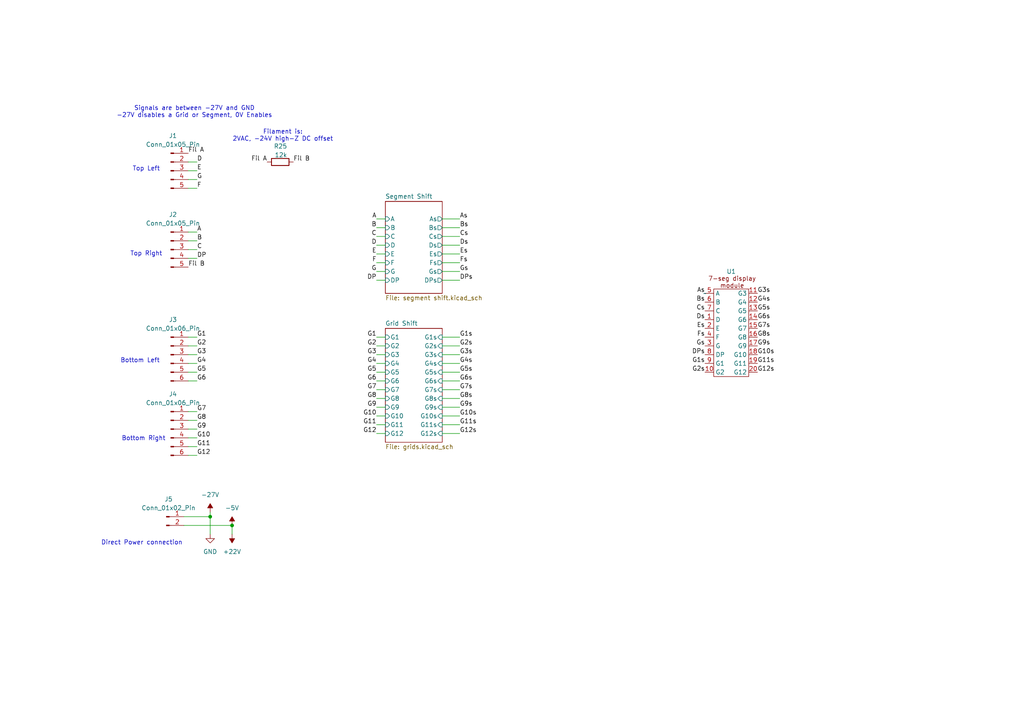
<source format=kicad_sch>
(kicad_sch (version 20230819) (generator eeschema)
  (paper "A4")
  (lib_symbols
    (symbol "Connector:Conn_01x02_Pin" (pin_names (offset 1.016) hide)
      (property "Reference" "J" (at 0 2.54 0))
      (property "Value" "Conn_01x02_Pin" (at 0 -5.08 0))
      (symbol "Conn_01x02_Pin_1_1"
        (polyline (pts (xy 1.27 -2.54) (xy 0.8636 -2.54)) (stroke (width 0.1524)))
        (polyline (pts (xy 1.27 0) (xy 0.8636 0)) (stroke (width 0.1524)))
        (rectangle (start 0.8636 -2.413) (end 0 -2.667) (stroke (width 0.1524)) (fill (type outline)))
        (rectangle (start 0.8636 0.127) (end 0 -0.127) (stroke (width 0.1524)) (fill (type outline)))
        (pin passive line (at 5.08 0 180) (length 3.81) (name "Pin_1") (number "1"))
        (pin passive line (at 5.08 -2.54 180) (length 3.81) (name "Pin_2") (number "2"))
      )
    )
    (symbol "Connector:Conn_01x05_Pin" (pin_names (offset 1.016) hide)
      (property "Reference" "J" (at 0 7.62 0))
      (property "Value" "Conn_01x05_Pin" (at 0 -7.62 0))
      (symbol "Conn_01x05_Pin_1_1"
        (polyline (pts (xy 1.27 -5.08) (xy 0.8636 -5.08)) (stroke (width 0.1524)))
        (polyline (pts (xy 1.27 -2.54) (xy 0.8636 -2.54)) (stroke (width 0.1524)))
        (polyline (pts (xy 1.27 0) (xy 0.8636 0)) (stroke (width 0.1524)))
        (polyline (pts (xy 1.27 2.54) (xy 0.8636 2.54)) (stroke (width 0.1524)))
        (polyline (pts (xy 1.27 5.08) (xy 0.8636 5.08)) (stroke (width 0.1524)))
        (rectangle (start 0.8636 -4.953) (end 0 -5.207) (stroke (width 0.1524)) (fill (type outline)))
        (rectangle (start 0.8636 -2.413) (end 0 -2.667) (stroke (width 0.1524)) (fill (type outline)))
        (rectangle (start 0.8636 0.127) (end 0 -0.127) (stroke (width 0.1524)) (fill (type outline)))
        (rectangle (start 0.8636 2.667) (end 0 2.413) (stroke (width 0.1524)) (fill (type outline)))
        (rectangle (start 0.8636 5.207) (end 0 4.953) (stroke (width 0.1524)) (fill (type outline)))
        (pin passive line (at 5.08 5.08 180) (length 3.81) (name "Pin_1") (number "1"))
        (pin passive line (at 5.08 2.54 180) (length 3.81) (name "Pin_2") (number "2"))
        (pin passive line (at 5.08 0 180) (length 3.81) (name "Pin_3") (number "3"))
        (pin passive line (at 5.08 -2.54 180) (length 3.81) (name "Pin_4") (number "4"))
        (pin passive line (at 5.08 -5.08 180) (length 3.81) (name "Pin_5") (number "5"))
      )
    )
    (symbol "Connector:Conn_01x06_Pin" (pin_names (offset 1.016) hide)
      (property "Reference" "J" (at 0 7.62 0))
      (property "Value" "Conn_01x06_Pin" (at 0 -10.16 0))
      (symbol "Conn_01x06_Pin_1_1"
        (polyline (pts (xy 1.27 -7.62) (xy 0.8636 -7.62)) (stroke (width 0.1524)))
        (polyline (pts (xy 1.27 -5.08) (xy 0.8636 -5.08)) (stroke (width 0.1524)))
        (polyline (pts (xy 1.27 -2.54) (xy 0.8636 -2.54)) (stroke (width 0.1524)))
        (polyline (pts (xy 1.27 0) (xy 0.8636 0)) (stroke (width 0.1524)))
        (polyline (pts (xy 1.27 2.54) (xy 0.8636 2.54)) (stroke (width 0.1524)))
        (polyline (pts (xy 1.27 5.08) (xy 0.8636 5.08)) (stroke (width 0.1524)))
        (rectangle (start 0.8636 -7.493) (end 0 -7.747) (stroke (width 0.1524)) (fill (type outline)))
        (rectangle (start 0.8636 -4.953) (end 0 -5.207) (stroke (width 0.1524)) (fill (type outline)))
        (rectangle (start 0.8636 -2.413) (end 0 -2.667) (stroke (width 0.1524)) (fill (type outline)))
        (rectangle (start 0.8636 0.127) (end 0 -0.127) (stroke (width 0.1524)) (fill (type outline)))
        (rectangle (start 0.8636 2.667) (end 0 2.413) (stroke (width 0.1524)) (fill (type outline)))
        (rectangle (start 0.8636 5.207) (end 0 4.953) (stroke (width 0.1524)) (fill (type outline)))
        (pin passive line (at 5.08 5.08 180) (length 3.81) (name "Pin_1") (number "1"))
        (pin passive line (at 5.08 2.54 180) (length 3.81) (name "Pin_2") (number "2"))
        (pin passive line (at 5.08 0 180) (length 3.81) (name "Pin_3") (number "3"))
        (pin passive line (at 5.08 -2.54 180) (length 3.81) (name "Pin_4") (number "4"))
        (pin passive line (at 5.08 -5.08 180) (length 3.81) (name "Pin_5") (number "5"))
        (pin passive line (at 5.08 -7.62 180) (length 3.81) (name "Pin_6") (number "6"))
      )
    )
    (symbol "Device:R" (pin_numbers hide) (pin_names (offset 0))
      (property "Reference" "R" (at 2.032 0 90))
      (property "Value" "R" (at 0 0 90))
      (symbol "R_0_1"
        (rectangle (start -1.016 -2.54) (end 1.016 2.54) (stroke (width 0.254)))
      )
      (symbol "R_1_1"
        (pin passive line (at 0 3.81 270) (length 1.27) (name "~") (number "1"))
        (pin passive line (at 0 -3.81 90) (length 1.27) (name "~") (number "2"))
      )
    )
    (symbol "power:-15V" (power) (pin_names (offset 0))
      (property "Value" "-15V" (at 0 3.81 0))
      (symbol "-15V_0_0"
        (pin power_in line (at 0 0 90) (length 0) hide (name "-15V") (number "1"))
      )
      (symbol "-15V_0_1"
        (polyline (pts (xy 0 0) (xy 0 1.27) (xy 0.762 1.27) (xy 0 2.54) (xy -0.762 1.27) (xy 0 1.27)) (fill (type outline)))
      )
    )
    (symbol "power:-5V" (power) (pin_names (offset 0))
      (property "Value" "-5V" (at 0 3.81 0))
      (symbol "-5V_0_0"
        (pin power_in line (at 0 0 90) (length 0) hide (name "-5V") (number "1"))
      )
      (symbol "-5V_0_1"
        (polyline (pts (xy 0 0) (xy 0 1.27) (xy 0.762 1.27) (xy 0 2.54) (xy -0.762 1.27) (xy 0 1.27)) (fill (type outline)))
      )
    )
    (symbol "power:GND" (power) (pin_names (offset 0))
      (property "Value" "GND" (at 0 -3.81 0))
      (symbol "GND_0_1"
        (polyline (pts (xy 0 0) (xy 0 -1.27) (xy 1.27 -1.27) (xy 0 -2.54) (xy -1.27 -1.27) (xy 0 -1.27)))
      )
      (symbol "GND_1_1"
        (pin power_in line (at 0 0 270) (length 0) hide (name "GND") (number "1"))
      )
    )
    (symbol "project parts:display"
      (property "Reference" "U" (at 3.302 6.35 0))
      (symbol "display_0_1"
        (rectangle (start 2.54 1.27) (end 12.7 -24.13))
      )
      (symbol "display_1_1"
        (text "7-seg display\nmodule" (at 7.874 3.302 0) (effects (font (size 1.27 1.27))))
        (pin input line (at 0 -7.62 0) (length 2.54) (name "D") (number "1"))
        (pin input line (at 0 -22.86 0) (length 2.54) (name "G2") (number "10"))
        (pin input line (at 15.24 0 180) (length 2.54) (name "G3") (number "11"))
        (pin input line (at 15.24 -2.54 180) (length 2.54) (name "G4") (number "12"))
        (pin input line (at 15.24 -5.08 180) (length 2.54) (name "G5") (number "13"))
        (pin input line (at 15.24 -7.62 180) (length 2.54) (name "G6") (number "14"))
        (pin input line (at 15.24 -10.16 180) (length 2.54) (name "G7") (number "15"))
        (pin input line (at 15.24 -12.7 180) (length 2.54) (name "G8") (number "16"))
        (pin input line (at 15.24 -15.24 180) (length 2.54) (name "G9") (number "17"))
        (pin input line (at 15.24 -17.78 180) (length 2.54) (name "G10") (number "18"))
        (pin input line (at 15.24 -20.32 180) (length 2.54) (name "G11") (number "19"))
        (pin input line (at 0 -10.16 0) (length 2.54) (name "E") (number "2"))
        (pin input line (at 15.24 -22.86 180) (length 2.54) (name "G12") (number "20"))
        (pin input line (at 0 -15.24 0) (length 2.54) (name "G") (number "3"))
        (pin input line (at 0 -12.7 0) (length 2.54) (name "F") (number "4"))
        (pin input line (at 0 0 0) (length 2.54) (name "A") (number "5"))
        (pin input line (at 0 -2.54 0) (length 2.54) (name "B") (number "6"))
        (pin input line (at 0 -5.08 0) (length 2.54) (name "C") (number "7"))
        (pin input line (at 0 -17.78 0) (length 2.54) (name "DP") (number "8"))
        (pin input line (at 0 -20.32 0) (length 2.54) (name "G1") (number "9"))
      )
    )
  )
  (junction (at 60.96 149.86))
  (junction (at 67.31 152.4))
  (wire (pts (xy 57.15 97.79) (xy 54.61 97.79)))
  (wire (pts (xy 57.15 132.08) (xy 54.61 132.08)))
  (wire (pts (xy 128.27 78.74) (xy 133.35 78.74)))
  (wire (pts (xy 57.15 69.85) (xy 54.61 69.85)))
  (wire (pts (xy 109.22 107.95) (xy 111.76 107.95)))
  (wire (pts (xy 109.22 76.2) (xy 111.76 76.2)))
  (wire (pts (xy 128.27 118.11) (xy 133.35 118.11)))
  (wire (pts (xy 109.22 68.58) (xy 111.76 68.58)))
  (wire (pts (xy 109.22 102.87) (xy 111.76 102.87)))
  (wire (pts (xy 128.27 125.73) (xy 133.35 125.73)))
  (wire (pts (xy 53.34 152.4) (xy 67.31 152.4)))
  (wire (pts (xy 128.27 102.87) (xy 133.35 102.87)))
  (wire (pts (xy 109.22 81.28) (xy 111.76 81.28)))
  (wire (pts (xy 57.15 119.38) (xy 54.61 119.38)))
  (wire (pts (xy 57.15 121.92) (xy 54.61 121.92)))
  (wire (pts (xy 109.22 123.19) (xy 111.76 123.19)))
  (wire (pts (xy 57.15 100.33) (xy 54.61 100.33)))
  (wire (pts (xy 57.15 107.95) (xy 54.61 107.95)))
  (wire (pts (xy 57.15 102.87) (xy 54.61 102.87)))
  (wire (pts (xy 109.22 71.12) (xy 111.76 71.12)))
  (wire (pts (xy 57.15 74.93) (xy 54.61 74.93)))
  (wire (pts (xy 57.15 54.61) (xy 54.61 54.61)))
  (wire (pts (xy 109.22 115.57) (xy 111.76 115.57)))
  (wire (pts (xy 109.22 97.79) (xy 111.76 97.79)))
  (wire (pts (xy 128.27 73.66) (xy 133.35 73.66)))
  (wire (pts (xy 57.15 127) (xy 54.61 127)))
  (wire (pts (xy 128.27 97.79) (xy 133.35 97.79)))
  (wire (pts (xy 57.15 129.54) (xy 54.61 129.54)))
  (wire (pts (xy 128.27 120.65) (xy 133.35 120.65)))
  (wire (pts (xy 128.27 76.2) (xy 133.35 76.2)))
  (wire (pts (xy 128.27 123.19) (xy 133.35 123.19)))
  (wire (pts (xy 128.27 113.03) (xy 133.35 113.03)))
  (wire (pts (xy 128.27 63.5) (xy 133.35 63.5)))
  (wire (pts (xy 67.31 154.94) (xy 67.31 152.4)))
  (wire (pts (xy 128.27 115.57) (xy 133.35 115.57)))
  (wire (pts (xy 60.96 148.59) (xy 60.96 149.86)))
  (wire (pts (xy 109.22 73.66) (xy 111.76 73.66)))
  (wire (pts (xy 109.22 63.5) (xy 111.76 63.5)))
  (wire (pts (xy 109.22 66.04) (xy 111.76 66.04)))
  (wire (pts (xy 57.15 67.31) (xy 54.61 67.31)))
  (wire (pts (xy 109.22 110.49) (xy 111.76 110.49)))
  (wire (pts (xy 109.22 120.65) (xy 111.76 120.65)))
  (wire (pts (xy 128.27 105.41) (xy 133.35 105.41)))
  (wire (pts (xy 128.27 110.49) (xy 133.35 110.49)))
  (wire (pts (xy 57.15 49.53) (xy 54.61 49.53)))
  (wire (pts (xy 57.15 124.46) (xy 54.61 124.46)))
  (wire (pts (xy 109.22 78.74) (xy 111.76 78.74)))
  (wire (pts (xy 109.22 105.41) (xy 111.76 105.41)))
  (wire (pts (xy 109.22 100.33) (xy 111.76 100.33)))
  (wire (pts (xy 128.27 81.28) (xy 133.35 81.28)))
  (wire (pts (xy 57.15 46.99) (xy 54.61 46.99)))
  (wire (pts (xy 109.22 113.03) (xy 111.76 113.03)))
  (wire (pts (xy 57.15 110.49) (xy 54.61 110.49)))
  (wire (pts (xy 57.15 52.07) (xy 54.61 52.07)))
  (wire (pts (xy 128.27 68.58) (xy 133.35 68.58)))
  (wire (pts (xy 60.96 149.86) (xy 60.96 154.94)))
  (wire (pts (xy 128.27 100.33) (xy 133.35 100.33)))
  (wire (pts (xy 57.15 105.41) (xy 54.61 105.41)))
  (wire (pts (xy 60.96 149.86) (xy 53.34 149.86)))
  (wire (pts (xy 109.22 125.73) (xy 111.76 125.73)))
  (wire (pts (xy 57.15 72.39) (xy 54.61 72.39)))
  (wire (pts (xy 109.22 118.11) (xy 111.76 118.11)))
  (wire (pts (xy 128.27 71.12) (xy 133.35 71.12)))
  (wire (pts (xy 128.27 66.04) (xy 133.35 66.04)))
  (wire (pts (xy 128.27 107.95) (xy 133.35 107.95)))
  (text "Bottom Left" (at 40.64 104.648 0) (effects (font (size 1.27 1.27))))
  (text "Top Right" (at 42.418 73.66 0) (effects (font (size 1.27 1.27))))
  (text "Filament is:\n2VAC, -24V high-Z DC offset" (at 82.042 39.37 0) (effects (font (size 1.27 1.27))))
  (text "Signals are between -27V and GND\n-27V disables a Grid or Segment, 0V Enables" (at 56.388 32.512 0) (effects (font (size 1.27 1.27))))
  (text "Bottom Right" (at 41.656 127.254 0) (effects (font (size 1.27 1.27))))
  (text "Top Left" (at 42.418 49.022 0) (effects (font (size 1.27 1.27))))
  (text "Direct Power connection" (at 41.148 157.48 0) (effects (font (size 1.27 1.27))))
  (label "G12" (at 109.22 125.73 180))
  (label "G10" (at 109.22 120.65 180))
  (label "E" (at 57.15 49.53 0))
  (label "G9s" (at 219.71 100.33 0))
  (label "G8" (at 57.15 121.92 0))
  (label "G6" (at 109.22 110.49 180))
  (label "G5" (at 57.15 107.95 0))
  (label "DPs" (at 133.35 81.28 0))
  (label "G1" (at 57.15 97.79 0))
  (label "G7s" (at 219.71 95.25 0))
  (label "G3s" (at 133.35 102.87 0))
  (label "G10s" (at 219.71 102.87 0))
  (label "Es" (at 204.47 95.25 180))
  (label "DP" (at 57.15 74.93 0))
  (label "As" (at 204.47 85.09 180))
  (label "D" (at 109.22 71.12 180))
  (label "C" (at 57.15 72.39 0))
  (label "G2s" (at 204.47 107.95 180))
  (label "B" (at 57.15 69.85 0))
  (label "G8s" (at 133.35 115.57 0))
  (label "Cs" (at 133.35 68.58 0))
  (label "C" (at 109.22 68.58 180))
  (label "G11" (at 109.22 123.19 180))
  (label "Gs" (at 133.35 78.74 0))
  (label "G2" (at 57.15 100.33 0))
  (label "G10s" (at 133.35 120.65 0))
  (label "Fil B" (at 85.09 46.99 0))
  (label "G11s" (at 219.71 105.41 0))
  (label "Fs" (at 204.47 97.79 180))
  (label "B" (at 109.22 66.04 180))
  (label "G3" (at 109.22 102.87 180))
  (label "Bs" (at 204.47 87.63 180))
  (label "G1s" (at 204.47 105.41 180))
  (label "Ds" (at 204.47 92.71 180))
  (label "G4s" (at 219.71 87.63 0))
  (label "A" (at 57.15 67.31 0))
  (label "G2" (at 109.22 100.33 180))
  (label "G2s" (at 133.35 100.33 0))
  (label "G7s" (at 133.35 113.03 0))
  (label "D" (at 57.15 46.99 0))
  (label "G9" (at 57.15 124.46 0))
  (label "G3s" (at 219.71 85.09 0))
  (label "Ds" (at 133.35 71.12 0))
  (label "G3" (at 57.15 102.87 0))
  (label "G5s" (at 219.71 90.17 0))
  (label "G1s" (at 133.35 97.79 0))
  (label "Bs" (at 133.35 66.04 0))
  (label "G12" (at 57.15 132.08 0))
  (label "A" (at 109.22 63.5 180))
  (label "Fil A" (at 54.61 44.45 0))
  (label "G8" (at 109.22 115.57 180))
  (label "G9" (at 109.22 118.11 180))
  (label "G4s" (at 133.35 105.41 0))
  (label "Es" (at 133.35 73.66 0))
  (label "E" (at 109.22 73.66 180))
  (label "G5s" (at 133.35 107.95 0))
  (label "G6s" (at 133.35 110.49 0))
  (label "G6" (at 57.15 110.49 0))
  (label "F" (at 57.15 54.61 0))
  (label "G10" (at 57.15 127 0))
  (label "Cs" (at 204.47 90.17 180))
  (label "G4" (at 109.22 105.41 180))
  (label "G7" (at 109.22 113.03 180))
  (label "DP" (at 109.22 81.28 180))
  (label "G12s" (at 219.71 107.95 0))
  (label "G6s" (at 219.71 92.71 0))
  (label "G11s" (at 133.35 123.19 0))
  (label "DPs" (at 204.47 102.87 180))
  (label "G" (at 57.15 52.07 0))
  (label "Gs" (at 204.47 100.33 180))
  (label "G4" (at 57.15 105.41 0))
  (label "G12s" (at 133.35 125.73 0))
  (label "As" (at 133.35 63.5 0))
  (label "G9s" (at 133.35 118.11 0))
  (label "Fil A" (at 77.47 46.99 180))
  (label "G8s" (at 219.71 97.79 0))
  (label "F" (at 109.22 76.2 180))
  (label "Fil B" (at 54.61 77.47 0))
  (label "G7" (at 57.15 119.38 0))
  (label "Fs" (at 133.35 76.2 0))
  (label "G1" (at 109.22 97.79 180))
  (label "G11" (at 57.15 129.54 0))
  (label "G5" (at 109.22 107.95 180))
  (label "G" (at 109.22 78.74 180))
  (symbol (lib_id "Connector:Conn_01x05_Pin") (at 49.53 72.39 0) (unit 1)
    (property "Reference" "J2" (at 50.165 62.23 0))
    (property "Value" "Conn_01x05_Pin" (at 50.165 64.77 0))
    (property "Footprint" "footprints:Conn_1x05 2.5mm" (effects hide))
    (property "Description" "Generic connector, single row, 01x05, script generated" (effects hide))
  )
  (symbol (lib_id "power:GND") (at 60.96 154.94 0) (unit 1)
    (property "Reference" "#PWR03" (effects hide))
    (property "Value" "GND" (at 60.96 160.02 0))
    (property "Description" "Power symbol creates a global label with name \"GND\" , ground" (effects hide))
  )
  (symbol (lib_id "power:-5V") (at 67.31 152.4 0) (unit 1)
    (property "Reference" "#PWR02" (effects hide))
    (property "Value" "-5V" (at 67.31 147.32 0))
    (property "Description" "Power symbol creates a global label with name \"-5V\"" (effects hide))
  )
  (symbol (lib_id "Connector:Conn_01x06_Pin") (at 49.53 124.46 0) (unit 1)
    (property "Reference" "J4" (at 50.165 114.3 0))
    (property "Value" "Conn_01x06_Pin" (at 50.165 116.84 0))
    (property "Footprint" "footprints:Conn_1x06 2.5mm" (effects hide))
    (property "Description" "Generic connector, single row, 01x06, script generated" (effects hide))
  )
  (symbol (lib_id "Connector:Conn_01x02_Pin") (at 48.26 149.86 0) (unit 1)
    (property "Reference" "J5" (at 48.895 144.78 0))
    (property "Value" "Conn_01x02_Pin" (at 48.895 147.32 0))
    (property "Footprint" "Connector_PinHeader_2.54mm:PinHeader_1x02_P2.54mm_Vertical" (effects hide))
    (property "Description" "Generic connector, single row, 01x02, script generated" (effects hide))
  )
  (symbol (lib_id "Device:R") (at 81.28 46.99 270) (unit 1)
    (property "Reference" "R25" (at 83.312 42.418 90) (effects (justify right)))
    (property "Value" "12k" (at 83.312 44.958 90) (effects (justify right)))
    (property "Footprint" "Resistor_SMD:R_0603_1608Metric_Pad0.98x0.95mm_HandSolder" (effects hide))
    (property "Description" "Resistor" (effects hide))
  )
  (symbol (lib_id "project parts:display") (at 204.47 85.09 0) (unit 1)
    (property "Reference" "U1" (at 212.09 78.74 0))
    (property "Value" "~" (at 204.47 85.09 0))
    (property "Footprint" "footprints:display" (effects hide))
  )
  (symbol (lib_id "Connector:Conn_01x06_Pin") (at 49.53 102.87 0) (unit 1)
    (property "Reference" "J3" (at 50.165 92.71 0))
    (property "Value" "Conn_01x06_Pin" (at 50.165 95.25 0))
    (property "Footprint" "footprints:Conn_1x06 2.5mm" (effects hide))
    (property "Description" "Generic connector, single row, 01x06, script generated" (effects hide))
  )
  (symbol (lib_id "Connector:Conn_01x05_Pin") (at 49.53 49.53 0) (unit 1)
    (property "Reference" "J1" (at 50.165 39.37 0))
    (property "Value" "Conn_01x05_Pin" (at 50.165 41.91 0))
    (property "Footprint" "footprints:Conn_1x05 2.5mm" (effects hide))
    (property "Description" "Generic connector, single row, 01x05, script generated" (effects hide))
  )
  (symbol (lib_id "power:-15V") (at 60.96 148.59 0) (unit 1)
    (property "Reference" "#PWR01" (effects hide))
    (property "Value" "-27V" (at 60.96 143.51 0))
    (property "Description" "Power symbol creates a global label with name \"-15V\"" (effects hide))
  )
  (symbol (lib_id "power:-5V") (at 67.31 154.94 0) (mirror x) (unit 1)
    (property "Reference" "#PWR04" (effects hide))
    (property "Value" "+22V" (at 67.31 160.02 0))
    (property "Description" "Power symbol creates a global label with name \"-5V\"" (effects hide))
  )
  (sheet (at 111.76 95.25) (size 16.51 33.02) (stroke (width 0.1524))
    (property "Sheetname" "Grid Shift" (at 111.76 94.5384 0) (effects (justify left bottom)))
    (property "Sheetfile" "grids.kicad_sch" (at 111.76 128.8546 0) (effects (justify left top)))
    (pin "G8s" input (at 128.27 115.57 0))
    (pin "G9s" input (at 128.27 118.11 0))
    (pin "G9" input (at 111.76 118.11 180))
    (pin "G1s" input (at 128.27 97.79 0))
    (pin "G1" input (at 111.76 97.79 180))
    (pin "G2" input (at 111.76 100.33 180))
    (pin "G2s" input (at 128.27 100.33 0))
    (pin "G3s" input (at 128.27 102.87 0))
    (pin "G3" input (at 111.76 102.87 180))
    (pin "G7s" input (at 128.27 113.03 0))
    (pin "G7" input (at 111.76 113.03 180))
    (pin "G8" input (at 111.76 115.57 180))
    (pin "G11s" input (at 128.27 123.19 0))
    (pin "G12s" input (at 128.27 125.73 0))
    (pin "G12" input (at 111.76 125.73 180))
    (pin "G6s" input (at 128.27 110.49 0))
    (pin "G5s" input (at 128.27 107.95 0))
    (pin "G6" input (at 111.76 110.49 180))
    (pin "G10s" input (at 128.27 120.65 0))
    (pin "G11" input (at 111.76 123.19 180))
    (pin "G10" input (at 111.76 120.65 180))
    (pin "G4s" input (at 128.27 105.41 0))
    (pin "G5" input (at 111.76 107.95 180))
    (pin "G4" input (at 111.76 105.41 180))
  )
  (sheet (at 111.76 58.42) (size 16.51 26.67) (stroke (width 0.1524))
    (property "Sheetname" "Segment Shift" (at 111.76 57.7084 0) (effects (justify left bottom)))
    (property "Sheetfile" "segment shift.kicad_sch" (at 111.76 85.6746 0) (effects (justify left top)))
    (pin "E" input (at 111.76 73.66 180))
    (pin "F" input (at 111.76 76.2 180))
    (pin "G" input (at 111.76 78.74 180))
    (pin "DP" input (at 111.76 81.28 180))
    (pin "D" input (at 111.76 71.12 180))
    (pin "B" input (at 111.76 66.04 180))
    (pin "A" input (at 111.76 63.5 180))
    (pin "C" input (at 111.76 68.58 180))
    (pin "Bs" output (at 128.27 66.04 0))
    (pin "Ds" output (at 128.27 71.12 0))
    (pin "Cs" output (at 128.27 68.58 0))
    (pin "As" output (at 128.27 63.5 0))
    (pin "Gs" output (at 128.27 78.74 0))
    (pin "Fs" output (at 128.27 76.2 0))
    (pin "Es" output (at 128.27 73.66 0))
    (pin "DPs" output (at 128.27 81.28 0))
  )
)
</source>
